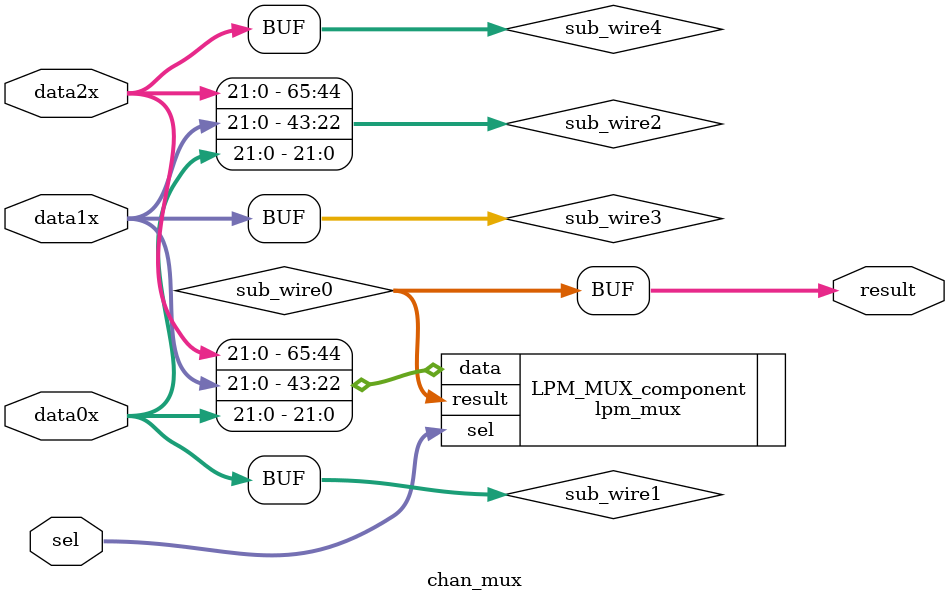
<source format=v>
module chan_mux (
	data0x,
	data1x,
	data2x,
	sel,
	result);
	input	[21:0]  data0x;
	input	[21:0]  data1x;
	input	[21:0]  data2x;
	input	[1:0]  sel;
	output	[21:0]  result;
	wire [21:0] sub_wire0;
	wire [21:0] sub_wire4 = data2x[21:0];
	wire [21:0] sub_wire3 = data1x[21:0];
	wire [21:0] result = sub_wire0[21:0];
	wire [21:0] sub_wire1 = data0x[21:0];
	wire [65:0] sub_wire2 = {sub_wire4, sub_wire3, sub_wire1};
	lpm_mux	LPM_MUX_component (
				.data (sub_wire2),
				.sel (sel),
				.result (sub_wire0)
				// synopsys translate_off
				,
				.aclr (),
				.clken (),
				.clock ()
				// synopsys translate_on
				);
	defparam
		LPM_MUX_component.lpm_size = 3,
		LPM_MUX_component.lpm_type = "LPM_MUX",
		LPM_MUX_component.lpm_width = 22,
		LPM_MUX_component.lpm_widths = 2;
endmodule
</source>
